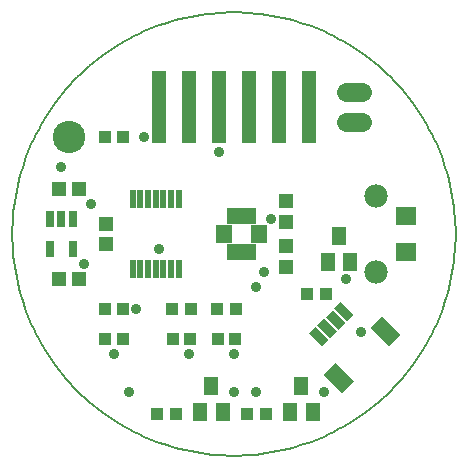
<source format=gts>
G75*
%MOIN*%
%OFA0B0*%
%FSLAX24Y24*%
%IPPOS*%
%LPD*%
%AMOC8*
5,1,8,0,0,1.08239X$1,22.5*
%
%ADD10C,0.0080*%
%ADD11R,0.0237X0.0631*%
%ADD12R,0.0198X0.0552*%
%ADD13R,0.0552X0.0198*%
%ADD14C,0.0780*%
%ADD15R,0.0395X0.0395*%
%ADD16R,0.0395X0.0434*%
%ADD17R,0.0513X0.0474*%
%ADD18R,0.0710X0.0592*%
%ADD19R,0.0474X0.0631*%
%ADD20R,0.0297X0.0552*%
%ADD21R,0.0474X0.0513*%
%ADD22R,0.0552X0.0867*%
%ADD23R,0.0316X0.0611*%
%ADD24R,0.0482X0.2442*%
%ADD25C,0.0620*%
%ADD26C,0.1080*%
%ADD27C,0.0350*%
D10*
X002623Y011000D02*
X002625Y011181D01*
X002632Y011362D01*
X002643Y011543D01*
X002659Y011724D01*
X002679Y011904D01*
X002703Y012084D01*
X002732Y012263D01*
X002765Y012441D01*
X002802Y012619D01*
X002844Y012795D01*
X002891Y012970D01*
X002941Y013144D01*
X002996Y013317D01*
X003055Y013489D01*
X003118Y013659D01*
X003185Y013827D01*
X003257Y013994D01*
X003332Y014158D01*
X003412Y014321D01*
X003495Y014482D01*
X003583Y014641D01*
X003674Y014798D01*
X003769Y014952D01*
X003868Y015104D01*
X003971Y015253D01*
X004077Y015400D01*
X004186Y015545D01*
X004300Y015686D01*
X004416Y015825D01*
X004537Y015961D01*
X004660Y016094D01*
X004787Y016223D01*
X004916Y016350D01*
X005049Y016473D01*
X005185Y016594D01*
X005324Y016710D01*
X005465Y016824D01*
X005610Y016933D01*
X005757Y017039D01*
X005906Y017142D01*
X006058Y017241D01*
X006212Y017336D01*
X006369Y017427D01*
X006528Y017515D01*
X006689Y017598D01*
X006852Y017678D01*
X007016Y017753D01*
X007183Y017825D01*
X007351Y017892D01*
X007521Y017955D01*
X007693Y018014D01*
X007866Y018069D01*
X008040Y018119D01*
X008215Y018166D01*
X008391Y018208D01*
X008569Y018245D01*
X008747Y018278D01*
X008926Y018307D01*
X009106Y018331D01*
X009286Y018351D01*
X009467Y018367D01*
X009648Y018378D01*
X009829Y018385D01*
X010010Y018387D01*
X010191Y018385D01*
X010372Y018378D01*
X010553Y018367D01*
X010734Y018351D01*
X010914Y018331D01*
X011094Y018307D01*
X011273Y018278D01*
X011451Y018245D01*
X011629Y018208D01*
X011805Y018166D01*
X011980Y018119D01*
X012154Y018069D01*
X012327Y018014D01*
X012499Y017955D01*
X012669Y017892D01*
X012837Y017825D01*
X013004Y017753D01*
X013168Y017678D01*
X013331Y017598D01*
X013492Y017515D01*
X013651Y017427D01*
X013808Y017336D01*
X013962Y017241D01*
X014114Y017142D01*
X014263Y017039D01*
X014410Y016933D01*
X014555Y016824D01*
X014696Y016710D01*
X014835Y016594D01*
X014971Y016473D01*
X015104Y016350D01*
X015233Y016223D01*
X015360Y016094D01*
X015483Y015961D01*
X015604Y015825D01*
X015720Y015686D01*
X015834Y015545D01*
X015943Y015400D01*
X016049Y015253D01*
X016152Y015104D01*
X016251Y014952D01*
X016346Y014798D01*
X016437Y014641D01*
X016525Y014482D01*
X016608Y014321D01*
X016688Y014158D01*
X016763Y013994D01*
X016835Y013827D01*
X016902Y013659D01*
X016965Y013489D01*
X017024Y013317D01*
X017079Y013144D01*
X017129Y012970D01*
X017176Y012795D01*
X017218Y012619D01*
X017255Y012441D01*
X017288Y012263D01*
X017317Y012084D01*
X017341Y011904D01*
X017361Y011724D01*
X017377Y011543D01*
X017388Y011362D01*
X017395Y011181D01*
X017397Y011000D01*
X017395Y010819D01*
X017388Y010638D01*
X017377Y010457D01*
X017361Y010276D01*
X017341Y010096D01*
X017317Y009916D01*
X017288Y009737D01*
X017255Y009559D01*
X017218Y009381D01*
X017176Y009205D01*
X017129Y009030D01*
X017079Y008856D01*
X017024Y008683D01*
X016965Y008511D01*
X016902Y008341D01*
X016835Y008173D01*
X016763Y008006D01*
X016688Y007842D01*
X016608Y007679D01*
X016525Y007518D01*
X016437Y007359D01*
X016346Y007202D01*
X016251Y007048D01*
X016152Y006896D01*
X016049Y006747D01*
X015943Y006600D01*
X015834Y006455D01*
X015720Y006314D01*
X015604Y006175D01*
X015483Y006039D01*
X015360Y005906D01*
X015233Y005777D01*
X015104Y005650D01*
X014971Y005527D01*
X014835Y005406D01*
X014696Y005290D01*
X014555Y005176D01*
X014410Y005067D01*
X014263Y004961D01*
X014114Y004858D01*
X013962Y004759D01*
X013808Y004664D01*
X013651Y004573D01*
X013492Y004485D01*
X013331Y004402D01*
X013168Y004322D01*
X013004Y004247D01*
X012837Y004175D01*
X012669Y004108D01*
X012499Y004045D01*
X012327Y003986D01*
X012154Y003931D01*
X011980Y003881D01*
X011805Y003834D01*
X011629Y003792D01*
X011451Y003755D01*
X011273Y003722D01*
X011094Y003693D01*
X010914Y003669D01*
X010734Y003649D01*
X010553Y003633D01*
X010372Y003622D01*
X010191Y003615D01*
X010010Y003613D01*
X009829Y003615D01*
X009648Y003622D01*
X009467Y003633D01*
X009286Y003649D01*
X009106Y003669D01*
X008926Y003693D01*
X008747Y003722D01*
X008569Y003755D01*
X008391Y003792D01*
X008215Y003834D01*
X008040Y003881D01*
X007866Y003931D01*
X007693Y003986D01*
X007521Y004045D01*
X007351Y004108D01*
X007183Y004175D01*
X007016Y004247D01*
X006852Y004322D01*
X006689Y004402D01*
X006528Y004485D01*
X006369Y004573D01*
X006212Y004664D01*
X006058Y004759D01*
X005906Y004858D01*
X005757Y004961D01*
X005610Y005067D01*
X005465Y005176D01*
X005324Y005290D01*
X005185Y005406D01*
X005049Y005527D01*
X004916Y005650D01*
X004787Y005777D01*
X004660Y005906D01*
X004537Y006039D01*
X004416Y006175D01*
X004300Y006314D01*
X004186Y006455D01*
X004077Y006600D01*
X003971Y006747D01*
X003868Y006896D01*
X003769Y007048D01*
X003674Y007202D01*
X003583Y007359D01*
X003495Y007518D01*
X003412Y007679D01*
X003332Y007842D01*
X003257Y008006D01*
X003185Y008173D01*
X003118Y008341D01*
X003055Y008511D01*
X002996Y008683D01*
X002941Y008856D01*
X002891Y009030D01*
X002844Y009205D01*
X002802Y009381D01*
X002765Y009559D01*
X002732Y009737D01*
X002703Y009916D01*
X002679Y010096D01*
X002659Y010276D01*
X002643Y010457D01*
X002632Y010638D01*
X002625Y010819D01*
X002623Y011000D01*
D11*
X006634Y009839D03*
X006889Y009839D03*
X007145Y009839D03*
X007401Y009839D03*
X007657Y009839D03*
X007913Y009839D03*
X008169Y009839D03*
X008169Y012161D03*
X007913Y012161D03*
X007657Y012161D03*
X007401Y012161D03*
X007145Y012161D03*
X006889Y012161D03*
X006634Y012161D03*
D12*
X009866Y011610D03*
X010063Y011610D03*
X010260Y011610D03*
X010456Y011610D03*
X010653Y011610D03*
X010653Y010390D03*
X010456Y010390D03*
X010260Y010390D03*
X010063Y010390D03*
X009866Y010390D03*
D13*
X009679Y010803D03*
X009679Y011000D03*
X009679Y011197D03*
X010840Y011197D03*
X010840Y011000D03*
X010840Y010803D03*
D14*
X014760Y009720D03*
X014760Y012280D03*
D15*
X010055Y007500D03*
X009464Y007500D03*
X008555Y007500D03*
X007964Y007500D03*
X006305Y007500D03*
X005714Y007500D03*
D16*
X007445Y005000D03*
X008074Y005000D03*
X010445Y005000D03*
X011074Y005000D03*
X010074Y008500D03*
X009445Y008500D03*
X008574Y008500D03*
X007945Y008500D03*
X006324Y008500D03*
X005695Y008500D03*
X012445Y009000D03*
X013074Y009000D03*
X006324Y014250D03*
X005695Y014250D03*
D17*
X004844Y012500D03*
X004175Y012500D03*
X004175Y009500D03*
X004844Y009500D03*
D18*
X015760Y010409D03*
X015760Y011591D03*
D19*
X013510Y010933D03*
X013884Y010067D03*
X013135Y010067D03*
X012260Y005933D03*
X012634Y005067D03*
X011885Y005067D03*
X009634Y005067D03*
X008885Y005067D03*
X009260Y005933D03*
D20*
X004634Y010488D03*
X003885Y010488D03*
X003885Y011512D03*
X004260Y011512D03*
X004634Y011512D03*
D21*
X005760Y011335D03*
X005760Y010665D03*
X011760Y010585D03*
X011760Y009915D03*
X011760Y011415D03*
X011760Y012085D03*
D22*
G36*
X015563Y007645D02*
X015173Y007255D01*
X014561Y007867D01*
X014951Y008257D01*
X015563Y007645D01*
G37*
G36*
X014004Y006086D02*
X013614Y005696D01*
X013002Y006308D01*
X013392Y006698D01*
X014004Y006086D01*
G37*
D23*
G36*
X013169Y007479D02*
X012945Y007255D01*
X012515Y007685D01*
X012739Y007909D01*
X013169Y007479D01*
G37*
G36*
X013447Y007758D02*
X013223Y007534D01*
X012793Y007964D01*
X013017Y008188D01*
X013447Y007758D01*
G37*
G36*
X013726Y008036D02*
X013502Y007812D01*
X013072Y008242D01*
X013296Y008466D01*
X013726Y008036D01*
G37*
G36*
X014004Y008315D02*
X013780Y008091D01*
X013350Y008521D01*
X013574Y008745D01*
X014004Y008315D01*
G37*
D24*
X012510Y015250D03*
X011510Y015250D03*
X010510Y015250D03*
X009510Y015250D03*
X008510Y015250D03*
X007510Y015250D03*
D25*
X013740Y014750D02*
X014280Y014750D01*
X014280Y015750D02*
X013740Y015750D01*
D26*
X004510Y014250D03*
D27*
X004260Y013250D03*
X005260Y012000D03*
X007510Y010500D03*
X005010Y010000D03*
X006760Y008500D03*
X006010Y007000D03*
X008510Y007000D03*
X010010Y007000D03*
X010010Y005750D03*
X010760Y005750D03*
X013010Y005750D03*
X014260Y007750D03*
X010760Y009250D03*
X011010Y009750D03*
X013760Y009500D03*
X011260Y011500D03*
X009510Y013750D03*
X007010Y014250D03*
X006510Y005750D03*
M02*

</source>
